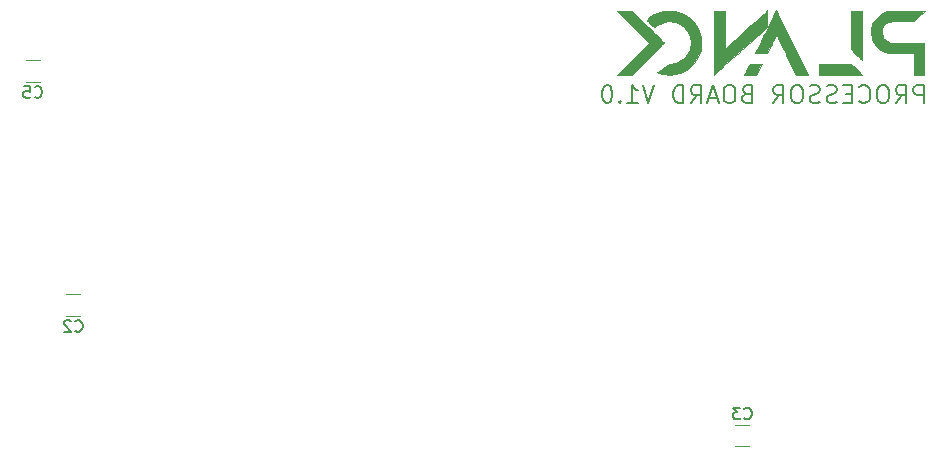
<source format=gbr>
G04 #@! TF.GenerationSoftware,KiCad,Pcbnew,(5.1.6-0-10_14)*
G04 #@! TF.CreationDate,2021-01-01T23:17:05+01:00*
G04 #@! TF.ProjectId,proc_board,70726f63-5f62-46f6-9172-642e6b696361,rev?*
G04 #@! TF.SameCoordinates,Original*
G04 #@! TF.FileFunction,Legend,Bot*
G04 #@! TF.FilePolarity,Positive*
%FSLAX46Y46*%
G04 Gerber Fmt 4.6, Leading zero omitted, Abs format (unit mm)*
G04 Created by KiCad (PCBNEW (5.1.6-0-10_14)) date 2021-01-01 23:17:05*
%MOMM*%
%LPD*%
G01*
G04 APERTURE LIST*
%ADD10C,0.200000*%
%ADD11C,0.010000*%
%ADD12C,0.120000*%
%ADD13C,0.150000*%
G04 APERTURE END LIST*
D10*
X78849428Y50756428D02*
X78849428Y52256428D01*
X78278000Y52256428D01*
X78135142Y52185000D01*
X78063714Y52113571D01*
X77992285Y51970714D01*
X77992285Y51756428D01*
X78063714Y51613571D01*
X78135142Y51542142D01*
X78278000Y51470714D01*
X78849428Y51470714D01*
X76492285Y50756428D02*
X76992285Y51470714D01*
X77349428Y50756428D02*
X77349428Y52256428D01*
X76778000Y52256428D01*
X76635142Y52185000D01*
X76563714Y52113571D01*
X76492285Y51970714D01*
X76492285Y51756428D01*
X76563714Y51613571D01*
X76635142Y51542142D01*
X76778000Y51470714D01*
X77349428Y51470714D01*
X75563714Y52256428D02*
X75278000Y52256428D01*
X75135142Y52185000D01*
X74992285Y52042142D01*
X74920857Y51756428D01*
X74920857Y51256428D01*
X74992285Y50970714D01*
X75135142Y50827857D01*
X75278000Y50756428D01*
X75563714Y50756428D01*
X75706571Y50827857D01*
X75849428Y50970714D01*
X75920857Y51256428D01*
X75920857Y51756428D01*
X75849428Y52042142D01*
X75706571Y52185000D01*
X75563714Y52256428D01*
X73420857Y50899285D02*
X73492285Y50827857D01*
X73706571Y50756428D01*
X73849428Y50756428D01*
X74063714Y50827857D01*
X74206571Y50970714D01*
X74278000Y51113571D01*
X74349428Y51399285D01*
X74349428Y51613571D01*
X74278000Y51899285D01*
X74206571Y52042142D01*
X74063714Y52185000D01*
X73849428Y52256428D01*
X73706571Y52256428D01*
X73492285Y52185000D01*
X73420857Y52113571D01*
X72778000Y51542142D02*
X72278000Y51542142D01*
X72063714Y50756428D02*
X72778000Y50756428D01*
X72778000Y52256428D01*
X72063714Y52256428D01*
X71492285Y50827857D02*
X71278000Y50756428D01*
X70920857Y50756428D01*
X70778000Y50827857D01*
X70706571Y50899285D01*
X70635142Y51042142D01*
X70635142Y51185000D01*
X70706571Y51327857D01*
X70778000Y51399285D01*
X70920857Y51470714D01*
X71206571Y51542142D01*
X71349428Y51613571D01*
X71420857Y51685000D01*
X71492285Y51827857D01*
X71492285Y51970714D01*
X71420857Y52113571D01*
X71349428Y52185000D01*
X71206571Y52256428D01*
X70849428Y52256428D01*
X70635142Y52185000D01*
X70063714Y50827857D02*
X69849428Y50756428D01*
X69492285Y50756428D01*
X69349428Y50827857D01*
X69278000Y50899285D01*
X69206571Y51042142D01*
X69206571Y51185000D01*
X69278000Y51327857D01*
X69349428Y51399285D01*
X69492285Y51470714D01*
X69778000Y51542142D01*
X69920857Y51613571D01*
X69992285Y51685000D01*
X70063714Y51827857D01*
X70063714Y51970714D01*
X69992285Y52113571D01*
X69920857Y52185000D01*
X69778000Y52256428D01*
X69420857Y52256428D01*
X69206571Y52185000D01*
X68278000Y52256428D02*
X67992285Y52256428D01*
X67849428Y52185000D01*
X67706571Y52042142D01*
X67635142Y51756428D01*
X67635142Y51256428D01*
X67706571Y50970714D01*
X67849428Y50827857D01*
X67992285Y50756428D01*
X68278000Y50756428D01*
X68420857Y50827857D01*
X68563714Y50970714D01*
X68635142Y51256428D01*
X68635142Y51756428D01*
X68563714Y52042142D01*
X68420857Y52185000D01*
X68278000Y52256428D01*
X66135142Y50756428D02*
X66635142Y51470714D01*
X66992285Y50756428D02*
X66992285Y52256428D01*
X66420857Y52256428D01*
X66278000Y52185000D01*
X66206571Y52113571D01*
X66135142Y51970714D01*
X66135142Y51756428D01*
X66206571Y51613571D01*
X66278000Y51542142D01*
X66420857Y51470714D01*
X66992285Y51470714D01*
X63849428Y51542142D02*
X63635142Y51470714D01*
X63563714Y51399285D01*
X63492285Y51256428D01*
X63492285Y51042142D01*
X63563714Y50899285D01*
X63635142Y50827857D01*
X63778000Y50756428D01*
X64349428Y50756428D01*
X64349428Y52256428D01*
X63849428Y52256428D01*
X63706571Y52185000D01*
X63635142Y52113571D01*
X63563714Y51970714D01*
X63563714Y51827857D01*
X63635142Y51685000D01*
X63706571Y51613571D01*
X63849428Y51542142D01*
X64349428Y51542142D01*
X62563714Y52256428D02*
X62278000Y52256428D01*
X62135142Y52185000D01*
X61992285Y52042142D01*
X61920857Y51756428D01*
X61920857Y51256428D01*
X61992285Y50970714D01*
X62135142Y50827857D01*
X62278000Y50756428D01*
X62563714Y50756428D01*
X62706571Y50827857D01*
X62849428Y50970714D01*
X62920857Y51256428D01*
X62920857Y51756428D01*
X62849428Y52042142D01*
X62706571Y52185000D01*
X62563714Y52256428D01*
X61349428Y51185000D02*
X60635142Y51185000D01*
X61492285Y50756428D02*
X60992285Y52256428D01*
X60492285Y50756428D01*
X59135142Y50756428D02*
X59635142Y51470714D01*
X59992285Y50756428D02*
X59992285Y52256428D01*
X59420857Y52256428D01*
X59278000Y52185000D01*
X59206571Y52113571D01*
X59135142Y51970714D01*
X59135142Y51756428D01*
X59206571Y51613571D01*
X59278000Y51542142D01*
X59420857Y51470714D01*
X59992285Y51470714D01*
X58492285Y50756428D02*
X58492285Y52256428D01*
X58135142Y52256428D01*
X57920857Y52185000D01*
X57778000Y52042142D01*
X57706571Y51899285D01*
X57635142Y51613571D01*
X57635142Y51399285D01*
X57706571Y51113571D01*
X57778000Y50970714D01*
X57920857Y50827857D01*
X58135142Y50756428D01*
X58492285Y50756428D01*
X56063714Y52256428D02*
X55563714Y50756428D01*
X55063714Y52256428D01*
X53778000Y50756428D02*
X54635142Y50756428D01*
X54206571Y50756428D02*
X54206571Y52256428D01*
X54349428Y52042142D01*
X54492285Y51899285D01*
X54635142Y51827857D01*
X53135142Y50899285D02*
X53063714Y50827857D01*
X53135142Y50756428D01*
X53206571Y50827857D01*
X53135142Y50899285D01*
X53135142Y50756428D01*
X52135142Y52256428D02*
X51992285Y52256428D01*
X51849428Y52185000D01*
X51778000Y52113571D01*
X51706571Y51970714D01*
X51635142Y51685000D01*
X51635142Y51327857D01*
X51706571Y51042142D01*
X51778000Y50899285D01*
X51849428Y50827857D01*
X51992285Y50756428D01*
X52135142Y50756428D01*
X52278000Y50827857D01*
X52349428Y50899285D01*
X52420857Y51042142D01*
X52492285Y51327857D01*
X52492285Y51685000D01*
X52420857Y51970714D01*
X52349428Y52113571D01*
X52278000Y52185000D01*
X52135142Y52256428D01*
D11*
G04 #@! TO.C,G\u002A\u002A\u002A*
G36*
X72723375Y55315341D02*
G01*
X73169213Y54859483D01*
X73266772Y54760090D01*
X73357672Y54668169D01*
X73439480Y54586130D01*
X73509761Y54516385D01*
X73566081Y54461343D01*
X73606006Y54423414D01*
X73627101Y54405009D01*
X73629588Y54403625D01*
X73631612Y54419291D01*
X73633517Y54465449D01*
X73635294Y54540842D01*
X73636934Y54644213D01*
X73638429Y54774304D01*
X73639770Y54929859D01*
X73640948Y55109620D01*
X73641954Y55312329D01*
X73642780Y55536730D01*
X73643417Y55781565D01*
X73643856Y56045576D01*
X73644089Y56327507D01*
X73644125Y56499125D01*
X73644125Y58594625D01*
X72723375Y58594625D01*
X72723375Y55315341D01*
G37*
X72723375Y55315341D02*
X73169213Y54859483D01*
X73266772Y54760090D01*
X73357672Y54668169D01*
X73439480Y54586130D01*
X73509761Y54516385D01*
X73566081Y54461343D01*
X73606006Y54423414D01*
X73627101Y54405009D01*
X73629588Y54403625D01*
X73631612Y54419291D01*
X73633517Y54465449D01*
X73635294Y54540842D01*
X73636934Y54644213D01*
X73638429Y54774304D01*
X73639770Y54929859D01*
X73640948Y55109620D01*
X73641954Y55312329D01*
X73642780Y55536730D01*
X73643417Y55781565D01*
X73643856Y56045576D01*
X73644089Y56327507D01*
X73644125Y56499125D01*
X73644125Y58594625D01*
X72723375Y58594625D01*
X72723375Y55315341D01*
G36*
X54229000Y57237313D02*
G01*
X55586243Y55880000D01*
X54229000Y54522688D01*
X52871758Y53165375D01*
X53514660Y53165388D01*
X54157563Y53165400D01*
X55514875Y54510794D01*
X55688001Y54682499D01*
X55854798Y54848122D01*
X56013883Y55006280D01*
X56163872Y55155587D01*
X56303380Y55294660D01*
X56431025Y55422115D01*
X56545421Y55536567D01*
X56645186Y55636632D01*
X56728934Y55720926D01*
X56795283Y55788064D01*
X56842848Y55836663D01*
X56870245Y55865338D01*
X56876720Y55872911D01*
X56866240Y55885998D01*
X56834543Y55920020D01*
X56782999Y55973597D01*
X56712977Y56045352D01*
X56625847Y56133903D01*
X56522978Y56237873D01*
X56405739Y56355882D01*
X56275501Y56486552D01*
X56133632Y56628502D01*
X55981503Y56780354D01*
X55820483Y56940730D01*
X55651941Y57108248D01*
X55517001Y57242130D01*
X54152750Y58594625D01*
X52871758Y58594625D01*
X54229000Y57237313D01*
G37*
X54229000Y57237313D02*
X55586243Y55880000D01*
X54229000Y54522688D01*
X52871758Y53165375D01*
X53514660Y53165388D01*
X54157563Y53165400D01*
X55514875Y54510794D01*
X55688001Y54682499D01*
X55854798Y54848122D01*
X56013883Y55006280D01*
X56163872Y55155587D01*
X56303380Y55294660D01*
X56431025Y55422115D01*
X56545421Y55536567D01*
X56645186Y55636632D01*
X56728934Y55720926D01*
X56795283Y55788064D01*
X56842848Y55836663D01*
X56870245Y55865338D01*
X56876720Y55872911D01*
X56866240Y55885998D01*
X56834543Y55920020D01*
X56782999Y55973597D01*
X56712977Y56045352D01*
X56625847Y56133903D01*
X56522978Y56237873D01*
X56405739Y56355882D01*
X56275501Y56486552D01*
X56133632Y56628502D01*
X55981503Y56780354D01*
X55820483Y56940730D01*
X55651941Y57108248D01*
X55517001Y57242130D01*
X54152750Y58594625D01*
X52871758Y58594625D01*
X54229000Y57237313D01*
G36*
X57147682Y58585742D02*
G01*
X57011475Y58578154D01*
X56894877Y58565496D01*
X56856313Y58559127D01*
X56574231Y58490718D01*
X56300501Y58393094D01*
X56038529Y58267935D01*
X55791720Y58116922D01*
X55563478Y57941736D01*
X55509781Y57894417D01*
X55401498Y57796315D01*
X55478031Y57717927D01*
X55512910Y57683020D01*
X55566009Y57630916D01*
X55632525Y57566280D01*
X55707653Y57493776D01*
X55786589Y57418068D01*
X55804396Y57401057D01*
X56054228Y57162576D01*
X56137771Y57238201D01*
X56309778Y57373146D01*
X56501327Y57485888D01*
X56707354Y57574285D01*
X56922792Y57636198D01*
X57142577Y57669485D01*
X57161907Y57670970D01*
X57416006Y57674935D01*
X57657215Y57650112D01*
X57885221Y57596610D01*
X58099710Y57514541D01*
X58300368Y57404016D01*
X58486881Y57265145D01*
X58594430Y57165706D01*
X58755283Y56983255D01*
X58890597Y56783882D01*
X58998689Y56570472D01*
X59077878Y56345909D01*
X59082550Y56328903D01*
X59097690Y56270104D01*
X59108686Y56218432D01*
X59116189Y56166887D01*
X59120853Y56108469D01*
X59123328Y56036177D01*
X59124267Y55943009D01*
X59124366Y55880000D01*
X59123995Y55772291D01*
X59122450Y55689325D01*
X59119076Y55624104D01*
X59113223Y55569626D01*
X59104238Y55518890D01*
X59091469Y55464895D01*
X59082550Y55431098D01*
X59036140Y55287609D01*
X58974113Y55137810D01*
X58902347Y54994641D01*
X58831448Y54877958D01*
X58730361Y54746543D01*
X58607397Y54614730D01*
X58470725Y54489946D01*
X58328513Y54379619D01*
X58188930Y54291177D01*
X58181875Y54287304D01*
X58043505Y54221701D01*
X57891040Y54166154D01*
X57734085Y54123290D01*
X57582244Y54095739D01*
X57446560Y54086125D01*
X57343295Y54086125D01*
X56817378Y53737849D01*
X56702031Y53661203D01*
X56595263Y53589757D01*
X56499918Y53525450D01*
X56418840Y53470224D01*
X56354872Y53426018D01*
X56310858Y53394775D01*
X56289641Y53378433D01*
X56288137Y53376693D01*
X56300750Y53365887D01*
X56338595Y53348895D01*
X56396159Y53327455D01*
X56467929Y53303305D01*
X56548392Y53278182D01*
X56632034Y53253824D01*
X56713342Y53231968D01*
X56786804Y53214351D01*
X56832500Y53205133D01*
X56912851Y53194128D01*
X57015473Y53185032D01*
X57132617Y53178062D01*
X57256532Y53173430D01*
X57379466Y53171353D01*
X57493669Y53172046D01*
X57591389Y53175723D01*
X57661666Y53182143D01*
X57868681Y53217822D01*
X58062774Y53267012D01*
X58254016Y53332877D01*
X58452477Y53418580D01*
X58523188Y53452701D01*
X58783922Y53598419D01*
X59022773Y53767051D01*
X59239356Y53958213D01*
X59433286Y54171525D01*
X59604179Y54406604D01*
X59751651Y54663070D01*
X59760899Y54681438D01*
X59880543Y54952986D01*
X59968647Y55225367D01*
X60025419Y55499528D01*
X60051069Y55776419D01*
X60049789Y55991125D01*
X60020680Y56287436D01*
X59962291Y56571483D01*
X59874606Y56843301D01*
X59757611Y57102923D01*
X59611291Y57350380D01*
X59435632Y57585707D01*
X59257105Y57782448D01*
X59040298Y57979418D01*
X58804271Y58151792D01*
X58551284Y58298355D01*
X58283596Y58417893D01*
X58003467Y58509191D01*
X57828373Y58550311D01*
X57720327Y58566925D01*
X57589821Y58578852D01*
X57445268Y58586015D01*
X57295084Y58588337D01*
X57147682Y58585742D01*
G37*
X57147682Y58585742D02*
X57011475Y58578154D01*
X56894877Y58565496D01*
X56856313Y58559127D01*
X56574231Y58490718D01*
X56300501Y58393094D01*
X56038529Y58267935D01*
X55791720Y58116922D01*
X55563478Y57941736D01*
X55509781Y57894417D01*
X55401498Y57796315D01*
X55478031Y57717927D01*
X55512910Y57683020D01*
X55566009Y57630916D01*
X55632525Y57566280D01*
X55707653Y57493776D01*
X55786589Y57418068D01*
X55804396Y57401057D01*
X56054228Y57162576D01*
X56137771Y57238201D01*
X56309778Y57373146D01*
X56501327Y57485888D01*
X56707354Y57574285D01*
X56922792Y57636198D01*
X57142577Y57669485D01*
X57161907Y57670970D01*
X57416006Y57674935D01*
X57657215Y57650112D01*
X57885221Y57596610D01*
X58099710Y57514541D01*
X58300368Y57404016D01*
X58486881Y57265145D01*
X58594430Y57165706D01*
X58755283Y56983255D01*
X58890597Y56783882D01*
X58998689Y56570472D01*
X59077878Y56345909D01*
X59082550Y56328903D01*
X59097690Y56270104D01*
X59108686Y56218432D01*
X59116189Y56166887D01*
X59120853Y56108469D01*
X59123328Y56036177D01*
X59124267Y55943009D01*
X59124366Y55880000D01*
X59123995Y55772291D01*
X59122450Y55689325D01*
X59119076Y55624104D01*
X59113223Y55569626D01*
X59104238Y55518890D01*
X59091469Y55464895D01*
X59082550Y55431098D01*
X59036140Y55287609D01*
X58974113Y55137810D01*
X58902347Y54994641D01*
X58831448Y54877958D01*
X58730361Y54746543D01*
X58607397Y54614730D01*
X58470725Y54489946D01*
X58328513Y54379619D01*
X58188930Y54291177D01*
X58181875Y54287304D01*
X58043505Y54221701D01*
X57891040Y54166154D01*
X57734085Y54123290D01*
X57582244Y54095739D01*
X57446560Y54086125D01*
X57343295Y54086125D01*
X56817378Y53737849D01*
X56702031Y53661203D01*
X56595263Y53589757D01*
X56499918Y53525450D01*
X56418840Y53470224D01*
X56354872Y53426018D01*
X56310858Y53394775D01*
X56289641Y53378433D01*
X56288137Y53376693D01*
X56300750Y53365887D01*
X56338595Y53348895D01*
X56396159Y53327455D01*
X56467929Y53303305D01*
X56548392Y53278182D01*
X56632034Y53253824D01*
X56713342Y53231968D01*
X56786804Y53214351D01*
X56832500Y53205133D01*
X56912851Y53194128D01*
X57015473Y53185032D01*
X57132617Y53178062D01*
X57256532Y53173430D01*
X57379466Y53171353D01*
X57493669Y53172046D01*
X57591389Y53175723D01*
X57661666Y53182143D01*
X57868681Y53217822D01*
X58062774Y53267012D01*
X58254016Y53332877D01*
X58452477Y53418580D01*
X58523188Y53452701D01*
X58783922Y53598419D01*
X59022773Y53767051D01*
X59239356Y53958213D01*
X59433286Y54171525D01*
X59604179Y54406604D01*
X59751651Y54663070D01*
X59760899Y54681438D01*
X59880543Y54952986D01*
X59968647Y55225367D01*
X60025419Y55499528D01*
X60051069Y55776419D01*
X60049789Y55991125D01*
X60020680Y56287436D01*
X59962291Y56571483D01*
X59874606Y56843301D01*
X59757611Y57102923D01*
X59611291Y57350380D01*
X59435632Y57585707D01*
X59257105Y57782448D01*
X59040298Y57979418D01*
X58804271Y58151792D01*
X58551284Y58298355D01*
X58283596Y58417893D01*
X58003467Y58509191D01*
X57828373Y58550311D01*
X57720327Y58566925D01*
X57589821Y58578852D01*
X57445268Y58586015D01*
X57295084Y58588337D01*
X57147682Y58585742D01*
G36*
X65591532Y58567469D02*
G01*
X65575795Y58553255D01*
X65537771Y58519008D01*
X65478787Y58465920D01*
X65400168Y58395183D01*
X65303240Y58307990D01*
X65189329Y58205534D01*
X65059761Y58089006D01*
X64915862Y57959599D01*
X64758956Y57818505D01*
X64590372Y57666917D01*
X64411433Y57506027D01*
X64223466Y57337027D01*
X64027797Y57161109D01*
X63825751Y56979467D01*
X63785750Y56943506D01*
X62015688Y55352235D01*
X62011644Y56973430D01*
X62007601Y58594625D01*
X61102875Y58594625D01*
X61102875Y55880000D01*
X61102898Y55589003D01*
X61102965Y55306688D01*
X61103074Y55034683D01*
X61103221Y54774611D01*
X61103406Y54528098D01*
X61103625Y54296768D01*
X61103877Y54082248D01*
X61104158Y53886162D01*
X61104467Y53710135D01*
X61104800Y53555792D01*
X61105157Y53424759D01*
X61105533Y53318660D01*
X61105928Y53239121D01*
X61106338Y53187766D01*
X61106761Y53166221D01*
X61106844Y53165632D01*
X61118888Y53176086D01*
X61153281Y53206637D01*
X61208762Y53256154D01*
X61284071Y53323506D01*
X61377947Y53407561D01*
X61489129Y53507190D01*
X61616356Y53621261D01*
X61758366Y53748642D01*
X61913900Y53888204D01*
X62081696Y54038816D01*
X62260494Y54199345D01*
X62449031Y54368663D01*
X62646049Y54545636D01*
X62850284Y54729135D01*
X62976125Y54842220D01*
X63191558Y55035817D01*
X63405062Y55227666D01*
X63615004Y55416297D01*
X63819747Y55600242D01*
X64017656Y55778031D01*
X64207094Y55948195D01*
X64386428Y56109266D01*
X64554021Y56259776D01*
X64708237Y56398253D01*
X64847441Y56523231D01*
X64969997Y56633240D01*
X65074270Y56726812D01*
X65158625Y56802476D01*
X65221425Y56858765D01*
X65233965Y56869995D01*
X65626491Y57221438D01*
X65626871Y57910799D01*
X65627250Y58600159D01*
X65591532Y58567469D01*
G37*
X65591532Y58567469D02*
X65575795Y58553255D01*
X65537771Y58519008D01*
X65478787Y58465920D01*
X65400168Y58395183D01*
X65303240Y58307990D01*
X65189329Y58205534D01*
X65059761Y58089006D01*
X64915862Y57959599D01*
X64758956Y57818505D01*
X64590372Y57666917D01*
X64411433Y57506027D01*
X64223466Y57337027D01*
X64027797Y57161109D01*
X63825751Y56979467D01*
X63785750Y56943506D01*
X62015688Y55352235D01*
X62011644Y56973430D01*
X62007601Y58594625D01*
X61102875Y58594625D01*
X61102875Y55880000D01*
X61102898Y55589003D01*
X61102965Y55306688D01*
X61103074Y55034683D01*
X61103221Y54774611D01*
X61103406Y54528098D01*
X61103625Y54296768D01*
X61103877Y54082248D01*
X61104158Y53886162D01*
X61104467Y53710135D01*
X61104800Y53555792D01*
X61105157Y53424759D01*
X61105533Y53318660D01*
X61105928Y53239121D01*
X61106338Y53187766D01*
X61106761Y53166221D01*
X61106844Y53165632D01*
X61118888Y53176086D01*
X61153281Y53206637D01*
X61208762Y53256154D01*
X61284071Y53323506D01*
X61377947Y53407561D01*
X61489129Y53507190D01*
X61616356Y53621261D01*
X61758366Y53748642D01*
X61913900Y53888204D01*
X62081696Y54038816D01*
X62260494Y54199345D01*
X62449031Y54368663D01*
X62646049Y54545636D01*
X62850284Y54729135D01*
X62976125Y54842220D01*
X63191558Y55035817D01*
X63405062Y55227666D01*
X63615004Y55416297D01*
X63819747Y55600242D01*
X64017656Y55778031D01*
X64207094Y55948195D01*
X64386428Y56109266D01*
X64554021Y56259776D01*
X64708237Y56398253D01*
X64847441Y56523231D01*
X64969997Y56633240D01*
X65074270Y56726812D01*
X65158625Y56802476D01*
X65221425Y56858765D01*
X65233965Y56869995D01*
X65626491Y57221438D01*
X65626871Y57910799D01*
X65627250Y58600159D01*
X65591532Y58567469D01*
G36*
X63900679Y53628220D02*
G01*
X63845060Y53519140D01*
X63794408Y53419185D01*
X63750464Y53331839D01*
X63714969Y53260588D01*
X63689666Y53208917D01*
X63676294Y53180310D01*
X63674625Y53175783D01*
X63689872Y53173246D01*
X63733096Y53170933D01*
X63800528Y53168921D01*
X63888395Y53167288D01*
X63992926Y53166112D01*
X64110351Y53165472D01*
X64178786Y53165375D01*
X64682947Y53165375D01*
X64909000Y53617813D01*
X65135053Y54070250D01*
X64126733Y54070250D01*
X63900679Y53628220D01*
G37*
X63900679Y53628220D02*
X63845060Y53519140D01*
X63794408Y53419185D01*
X63750464Y53331839D01*
X63714969Y53260588D01*
X63689666Y53208917D01*
X63676294Y53180310D01*
X63674625Y53175783D01*
X63689872Y53173246D01*
X63733096Y53170933D01*
X63800528Y53168921D01*
X63888395Y53167288D01*
X63992926Y53166112D01*
X64110351Y53165472D01*
X64178786Y53165375D01*
X64682947Y53165375D01*
X64909000Y53617813D01*
X65135053Y54070250D01*
X64126733Y54070250D01*
X63900679Y53628220D01*
G36*
X65483269Y56800727D02*
G01*
X65371217Y56576823D01*
X65263160Y56360748D01*
X65159945Y56154205D01*
X65062419Y55958894D01*
X64971430Y55776517D01*
X64887823Y55608775D01*
X64812446Y55457369D01*
X64746145Y55324000D01*
X64689768Y55210369D01*
X64644162Y55118177D01*
X64610173Y55049126D01*
X64588647Y55004917D01*
X64580433Y54987251D01*
X64580376Y54987032D01*
X64595406Y54984141D01*
X64638438Y54981503D01*
X64705722Y54979207D01*
X64793511Y54977340D01*
X64898056Y54975990D01*
X65015609Y54975245D01*
X65087522Y54975125D01*
X65595543Y54975125D01*
X65988353Y55760938D01*
X66061719Y55907418D01*
X66130912Y56045012D01*
X66194628Y56171163D01*
X66251560Y56283312D01*
X66300404Y56378902D01*
X66339856Y56455376D01*
X66368609Y56510176D01*
X66385358Y56540744D01*
X66389176Y56546410D01*
X66397178Y56532460D01*
X66418509Y56491861D01*
X66452289Y56426354D01*
X66497635Y56337682D01*
X66553665Y56227588D01*
X66619497Y56097812D01*
X66694249Y55950098D01*
X66777040Y55786187D01*
X66866987Y55607822D01*
X66963208Y55416745D01*
X67064822Y55214698D01*
X67170947Y55003422D01*
X67245063Y54855722D01*
X68092937Y53165375D01*
X69103894Y53165375D01*
X67744590Y55883946D01*
X66385286Y58602516D01*
X65483269Y56800727D01*
G37*
X65483269Y56800727D02*
X65371217Y56576823D01*
X65263160Y56360748D01*
X65159945Y56154205D01*
X65062419Y55958894D01*
X64971430Y55776517D01*
X64887823Y55608775D01*
X64812446Y55457369D01*
X64746145Y55324000D01*
X64689768Y55210369D01*
X64644162Y55118177D01*
X64610173Y55049126D01*
X64588647Y55004917D01*
X64580433Y54987251D01*
X64580376Y54987032D01*
X64595406Y54984141D01*
X64638438Y54981503D01*
X64705722Y54979207D01*
X64793511Y54977340D01*
X64898056Y54975990D01*
X65015609Y54975245D01*
X65087522Y54975125D01*
X65595543Y54975125D01*
X65988353Y55760938D01*
X66061719Y55907418D01*
X66130912Y56045012D01*
X66194628Y56171163D01*
X66251560Y56283312D01*
X66300404Y56378902D01*
X66339856Y56455376D01*
X66368609Y56510176D01*
X66385358Y56540744D01*
X66389176Y56546410D01*
X66397178Y56532460D01*
X66418509Y56491861D01*
X66452289Y56426354D01*
X66497635Y56337682D01*
X66553665Y56227588D01*
X66619497Y56097812D01*
X66694249Y55950098D01*
X66777040Y55786187D01*
X66866987Y55607822D01*
X66963208Y55416745D01*
X67064822Y55214698D01*
X67170947Y55003422D01*
X67245063Y54855722D01*
X68092937Y53165375D01*
X69103894Y53165375D01*
X67744590Y55883946D01*
X66385286Y58602516D01*
X65483269Y56800727D01*
G36*
X70008750Y53165375D02*
G01*
X73630881Y53165375D01*
X73189034Y53617538D01*
X72747188Y54069700D01*
X70008750Y54070250D01*
X70008750Y53165375D01*
G37*
X70008750Y53165375D02*
X73630881Y53165375D01*
X73189034Y53617538D01*
X72747188Y54069700D01*
X70008750Y54070250D01*
X70008750Y53165375D01*
G36*
X77493709Y58594562D02*
G01*
X77233601Y58594525D01*
X77003092Y58594367D01*
X76800032Y58593981D01*
X76622270Y58593259D01*
X76467654Y58592093D01*
X76334035Y58590375D01*
X76219260Y58587999D01*
X76121180Y58584856D01*
X76037644Y58580840D01*
X75966500Y58575841D01*
X75905599Y58569753D01*
X75852789Y58562469D01*
X75805919Y58553880D01*
X75762838Y58543879D01*
X75721397Y58532358D01*
X75679443Y58519211D01*
X75634827Y58504328D01*
X75625284Y58501096D01*
X75417001Y58414185D01*
X75220691Y58300043D01*
X75039228Y58161668D01*
X74875489Y58002059D01*
X74732348Y57824214D01*
X74612680Y57631132D01*
X74519363Y57425811D01*
X74479646Y57306466D01*
X74428798Y57077642D01*
X74406643Y56844746D01*
X74412829Y56612007D01*
X74447005Y56383651D01*
X74508817Y56163907D01*
X74590905Y55970761D01*
X74706362Y55775222D01*
X74847433Y55593794D01*
X75010354Y55429771D01*
X75191364Y55286447D01*
X75386698Y55167116D01*
X75592594Y55075071D01*
X75628965Y55062173D01*
X75679153Y55045436D01*
X75726305Y55030990D01*
X75773110Y55018668D01*
X75822256Y55008300D01*
X75876431Y54999719D01*
X75938323Y54992757D01*
X76010622Y54987245D01*
X76096015Y54983014D01*
X76197190Y54979897D01*
X76316837Y54977725D01*
X76457643Y54976331D01*
X76622297Y54975545D01*
X76813487Y54975199D01*
X77019642Y54975125D01*
X78025625Y54975125D01*
X78025625Y53165375D01*
X78930500Y53165375D01*
X78930500Y55879038D01*
X76049188Y55887938D01*
X75944855Y55923422D01*
X75796720Y55989991D01*
X75659422Y56083673D01*
X75538190Y56200332D01*
X75452612Y56313026D01*
X75378236Y56455771D01*
X75332478Y56608644D01*
X75315542Y56767604D01*
X75327632Y56928607D01*
X75368955Y57087611D01*
X75408534Y57181750D01*
X75458075Y57262971D01*
X75527989Y57350190D01*
X75610425Y57435541D01*
X75697531Y57511158D01*
X75781455Y57569171D01*
X75811063Y57585054D01*
X75849511Y57603672D01*
X75883994Y57619661D01*
X75917170Y57633238D01*
X75951697Y57644618D01*
X75990232Y57654016D01*
X76035433Y57661648D01*
X76089957Y57667730D01*
X76156462Y57672478D01*
X76237606Y57676106D01*
X76336047Y57678831D01*
X76454441Y57680869D01*
X76595448Y57682434D01*
X76761723Y57683742D01*
X76955926Y57685010D01*
X77050479Y57685608D01*
X78035895Y57691874D01*
X78487062Y58143250D01*
X78938228Y58594625D01*
X77493709Y58594562D01*
G37*
X77493709Y58594562D02*
X77233601Y58594525D01*
X77003092Y58594367D01*
X76800032Y58593981D01*
X76622270Y58593259D01*
X76467654Y58592093D01*
X76334035Y58590375D01*
X76219260Y58587999D01*
X76121180Y58584856D01*
X76037644Y58580840D01*
X75966500Y58575841D01*
X75905599Y58569753D01*
X75852789Y58562469D01*
X75805919Y58553880D01*
X75762838Y58543879D01*
X75721397Y58532358D01*
X75679443Y58519211D01*
X75634827Y58504328D01*
X75625284Y58501096D01*
X75417001Y58414185D01*
X75220691Y58300043D01*
X75039228Y58161668D01*
X74875489Y58002059D01*
X74732348Y57824214D01*
X74612680Y57631132D01*
X74519363Y57425811D01*
X74479646Y57306466D01*
X74428798Y57077642D01*
X74406643Y56844746D01*
X74412829Y56612007D01*
X74447005Y56383651D01*
X74508817Y56163907D01*
X74590905Y55970761D01*
X74706362Y55775222D01*
X74847433Y55593794D01*
X75010354Y55429771D01*
X75191364Y55286447D01*
X75386698Y55167116D01*
X75592594Y55075071D01*
X75628965Y55062173D01*
X75679153Y55045436D01*
X75726305Y55030990D01*
X75773110Y55018668D01*
X75822256Y55008300D01*
X75876431Y54999719D01*
X75938323Y54992757D01*
X76010622Y54987245D01*
X76096015Y54983014D01*
X76197190Y54979897D01*
X76316837Y54977725D01*
X76457643Y54976331D01*
X76622297Y54975545D01*
X76813487Y54975199D01*
X77019642Y54975125D01*
X78025625Y54975125D01*
X78025625Y53165375D01*
X78930500Y53165375D01*
X78930500Y55879038D01*
X76049188Y55887938D01*
X75944855Y55923422D01*
X75796720Y55989991D01*
X75659422Y56083673D01*
X75538190Y56200332D01*
X75452612Y56313026D01*
X75378236Y56455771D01*
X75332478Y56608644D01*
X75315542Y56767604D01*
X75327632Y56928607D01*
X75368955Y57087611D01*
X75408534Y57181750D01*
X75458075Y57262971D01*
X75527989Y57350190D01*
X75610425Y57435541D01*
X75697531Y57511158D01*
X75781455Y57569171D01*
X75811063Y57585054D01*
X75849511Y57603672D01*
X75883994Y57619661D01*
X75917170Y57633238D01*
X75951697Y57644618D01*
X75990232Y57654016D01*
X76035433Y57661648D01*
X76089957Y57667730D01*
X76156462Y57672478D01*
X76237606Y57676106D01*
X76336047Y57678831D01*
X76454441Y57680869D01*
X76595448Y57682434D01*
X76761723Y57683742D01*
X76955926Y57685010D01*
X77050479Y57685608D01*
X78035895Y57691874D01*
X78487062Y58143250D01*
X78938228Y58594625D01*
X77493709Y58594562D01*
D12*
G04 #@! TO.C,C5*
X2826936Y52557000D02*
X4031064Y52557000D01*
X2826936Y54377000D02*
X4031064Y54377000D01*
G04 #@! TO.C,C2*
X6255936Y32745000D02*
X7460064Y32745000D01*
X6255936Y34565000D02*
X7460064Y34565000D01*
G04 #@! TO.C,C3*
X64102064Y23516000D02*
X62897936Y23516000D01*
X64102064Y21696000D02*
X62897936Y21696000D01*
G04 #@! TO.C,C5*
D13*
X3595666Y51289857D02*
X3643285Y51242238D01*
X3786142Y51194619D01*
X3881380Y51194619D01*
X4024238Y51242238D01*
X4119476Y51337476D01*
X4167095Y51432714D01*
X4214714Y51623190D01*
X4214714Y51766047D01*
X4167095Y51956523D01*
X4119476Y52051761D01*
X4024238Y52147000D01*
X3881380Y52194619D01*
X3786142Y52194619D01*
X3643285Y52147000D01*
X3595666Y52099380D01*
X2690904Y52194619D02*
X3167095Y52194619D01*
X3214714Y51718428D01*
X3167095Y51766047D01*
X3071857Y51813666D01*
X2833761Y51813666D01*
X2738523Y51766047D01*
X2690904Y51718428D01*
X2643285Y51623190D01*
X2643285Y51385095D01*
X2690904Y51289857D01*
X2738523Y51242238D01*
X2833761Y51194619D01*
X3071857Y51194619D01*
X3167095Y51242238D01*
X3214714Y51289857D01*
G04 #@! TO.C,C2*
X7024666Y31477857D02*
X7072285Y31430238D01*
X7215142Y31382619D01*
X7310380Y31382619D01*
X7453238Y31430238D01*
X7548476Y31525476D01*
X7596095Y31620714D01*
X7643714Y31811190D01*
X7643714Y31954047D01*
X7596095Y32144523D01*
X7548476Y32239761D01*
X7453238Y32335000D01*
X7310380Y32382619D01*
X7215142Y32382619D01*
X7072285Y32335000D01*
X7024666Y32287380D01*
X6643714Y32287380D02*
X6596095Y32335000D01*
X6500857Y32382619D01*
X6262761Y32382619D01*
X6167523Y32335000D01*
X6119904Y32287380D01*
X6072285Y32192142D01*
X6072285Y32096904D01*
X6119904Y31954047D01*
X6691333Y31382619D01*
X6072285Y31382619D01*
G04 #@! TO.C,C3*
X63666666Y24068857D02*
X63714285Y24021238D01*
X63857142Y23973619D01*
X63952380Y23973619D01*
X64095238Y24021238D01*
X64190476Y24116476D01*
X64238095Y24211714D01*
X64285714Y24402190D01*
X64285714Y24545047D01*
X64238095Y24735523D01*
X64190476Y24830761D01*
X64095238Y24926000D01*
X63952380Y24973619D01*
X63857142Y24973619D01*
X63714285Y24926000D01*
X63666666Y24878380D01*
X63333333Y24973619D02*
X62714285Y24973619D01*
X63047619Y24592666D01*
X62904761Y24592666D01*
X62809523Y24545047D01*
X62761904Y24497428D01*
X62714285Y24402190D01*
X62714285Y24164095D01*
X62761904Y24068857D01*
X62809523Y24021238D01*
X62904761Y23973619D01*
X63190476Y23973619D01*
X63285714Y24021238D01*
X63333333Y24068857D01*
G04 #@! TD*
M02*

</source>
